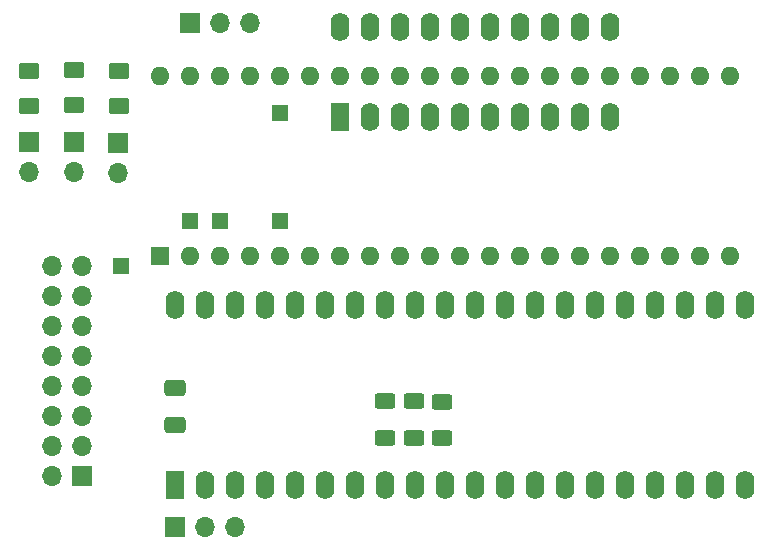
<source format=gbr>
%TF.GenerationSoftware,KiCad,Pcbnew,7.0.9-7.0.9~ubuntu20.04.1*%
%TF.CreationDate,2023-12-26T19:53:29+01:00*%
%TF.ProjectId,6803_Addon,36383033-5f41-4646-946f-6e2e6b696361,rev?*%
%TF.SameCoordinates,Original*%
%TF.FileFunction,Soldermask,Top*%
%TF.FilePolarity,Negative*%
%FSLAX46Y46*%
G04 Gerber Fmt 4.6, Leading zero omitted, Abs format (unit mm)*
G04 Created by KiCad (PCBNEW 7.0.9-7.0.9~ubuntu20.04.1) date 2023-12-26 19:53:29*
%MOMM*%
%LPD*%
G01*
G04 APERTURE LIST*
G04 Aperture macros list*
%AMRoundRect*
0 Rectangle with rounded corners*
0 $1 Rounding radius*
0 $2 $3 $4 $5 $6 $7 $8 $9 X,Y pos of 4 corners*
0 Add a 4 corners polygon primitive as box body*
4,1,4,$2,$3,$4,$5,$6,$7,$8,$9,$2,$3,0*
0 Add four circle primitives for the rounded corners*
1,1,$1+$1,$2,$3*
1,1,$1+$1,$4,$5*
1,1,$1+$1,$6,$7*
1,1,$1+$1,$8,$9*
0 Add four rect primitives between the rounded corners*
20,1,$1+$1,$2,$3,$4,$5,0*
20,1,$1+$1,$4,$5,$6,$7,0*
20,1,$1+$1,$6,$7,$8,$9,0*
20,1,$1+$1,$8,$9,$2,$3,0*%
G04 Aperture macros list end*
%ADD10R,1.600000X1.600000*%
%ADD11O,1.600000X1.600000*%
%ADD12R,1.700000X1.700000*%
%ADD13O,1.700000X1.700000*%
%ADD14RoundRect,0.250000X0.650000X-0.412500X0.650000X0.412500X-0.650000X0.412500X-0.650000X-0.412500X0*%
%ADD15R,1.350000X1.350000*%
%ADD16RoundRect,0.250000X-0.625000X0.400000X-0.625000X-0.400000X0.625000X-0.400000X0.625000X0.400000X0*%
%ADD17RoundRect,0.250001X-0.624999X0.462499X-0.624999X-0.462499X0.624999X-0.462499X0.624999X0.462499X0*%
%ADD18R,1.600000X2.400000*%
%ADD19O,1.600000X2.400000*%
G04 APERTURE END LIST*
D10*
%TO.C,U3*%
X173736000Y-52730400D03*
D11*
X176276000Y-52730400D03*
X178816000Y-52730400D03*
X181356000Y-52730400D03*
X183896000Y-52730400D03*
X186436000Y-52730400D03*
X188976000Y-52730400D03*
X191516000Y-52730400D03*
X194056000Y-52730400D03*
X196596000Y-52730400D03*
X199136000Y-52730400D03*
X201676000Y-52730400D03*
X204216000Y-52730400D03*
X206756000Y-52730400D03*
X209296000Y-52730400D03*
X211836000Y-52730400D03*
X214376000Y-52730400D03*
X216916000Y-52730400D03*
X219456000Y-52730400D03*
X221996000Y-52730400D03*
X221996000Y-37490400D03*
X219456000Y-37490400D03*
X216916000Y-37490400D03*
X214376000Y-37490400D03*
X211836000Y-37490400D03*
X209296000Y-37490400D03*
X206756000Y-37490400D03*
X204216000Y-37490400D03*
X201676000Y-37490400D03*
X199136000Y-37490400D03*
X196596000Y-37490400D03*
X194056000Y-37490400D03*
X191516000Y-37490400D03*
X188976000Y-37490400D03*
X186436000Y-37490400D03*
X183896000Y-37490400D03*
X181356000Y-37490400D03*
X178816000Y-37490400D03*
X176276000Y-37490400D03*
X173736000Y-37490400D03*
%TD*%
D12*
%TO.C,JP6*%
X176276000Y-33020000D03*
D13*
X178816000Y-33020000D03*
X181356000Y-33020000D03*
%TD*%
D12*
%TO.C,JP5*%
X175021000Y-75692000D03*
D13*
X177561000Y-75692000D03*
X180101000Y-75692000D03*
%TD*%
D12*
%TO.C,J1*%
X167132000Y-71374000D03*
D13*
X164592000Y-71374000D03*
X167132000Y-68834000D03*
X164592000Y-68834000D03*
X167132000Y-66294000D03*
X164592000Y-66294000D03*
X167132000Y-63754000D03*
X164592000Y-63754000D03*
X167132000Y-61214000D03*
X164592000Y-61214000D03*
X167132000Y-58674000D03*
X164592000Y-58674000D03*
X167132000Y-56134000D03*
X164592000Y-56134000D03*
X167132000Y-53594000D03*
X164592000Y-53594000D03*
%TD*%
D12*
%TO.C,JP3*%
X170180000Y-43154000D03*
D13*
X170180000Y-45694000D03*
%TD*%
D14*
%TO.C,C1*%
X175006000Y-67094500D03*
X175006000Y-63969500D03*
%TD*%
D12*
%TO.C,JP1*%
X162600000Y-43125000D03*
D13*
X162600000Y-45665000D03*
%TD*%
D15*
%TO.C,J4*%
X183896000Y-40640000D03*
%TD*%
D16*
%TO.C,R3*%
X197600000Y-65100000D03*
X197600000Y-68200000D03*
%TD*%
D12*
%TO.C,JP2*%
X166400000Y-43139000D03*
D13*
X166400000Y-45679000D03*
%TD*%
D15*
%TO.C,J2*%
X170434000Y-53594000D03*
%TD*%
%TO.C,J5*%
X176276000Y-49784000D03*
%TD*%
%TO.C,J6*%
X183896000Y-49784000D03*
%TD*%
D17*
%TO.C,D2*%
X166400000Y-37025000D03*
X166400000Y-40000000D03*
%TD*%
D16*
%TO.C,R1*%
X192800000Y-65050000D03*
X192800000Y-68150000D03*
%TD*%
D18*
%TO.C,U1*%
X175006000Y-72136000D03*
D19*
X177546000Y-72136000D03*
X180086000Y-72136000D03*
X182626000Y-72136000D03*
X185166000Y-72136000D03*
X187706000Y-72136000D03*
X190246000Y-72136000D03*
X192786000Y-72136000D03*
X195326000Y-72136000D03*
X197866000Y-72136000D03*
X200406000Y-72136000D03*
X202946000Y-72136000D03*
X205486000Y-72136000D03*
X208026000Y-72136000D03*
X210566000Y-72136000D03*
X213106000Y-72136000D03*
X215646000Y-72136000D03*
X218186000Y-72136000D03*
X220726000Y-72136000D03*
X223266000Y-72136000D03*
X223266000Y-56896000D03*
X220726000Y-56896000D03*
X218186000Y-56896000D03*
X215646000Y-56896000D03*
X213106000Y-56896000D03*
X210566000Y-56896000D03*
X208026000Y-56896000D03*
X205486000Y-56896000D03*
X202946000Y-56896000D03*
X200406000Y-56896000D03*
X197866000Y-56896000D03*
X195326000Y-56896000D03*
X192786000Y-56896000D03*
X190246000Y-56896000D03*
X187706000Y-56896000D03*
X185166000Y-56896000D03*
X182626000Y-56896000D03*
X180086000Y-56896000D03*
X177546000Y-56896000D03*
X175006000Y-56896000D03*
%TD*%
D17*
%TO.C,D3*%
X170200000Y-37112500D03*
X170200000Y-40087500D03*
%TD*%
D18*
%TO.C,U2*%
X188976000Y-41000000D03*
D19*
X191516000Y-41000000D03*
X194056000Y-41000000D03*
X196596000Y-41000000D03*
X199136000Y-41000000D03*
X201676000Y-41000000D03*
X204216000Y-41000000D03*
X206756000Y-41000000D03*
X209296000Y-41000000D03*
X211836000Y-41000000D03*
X211836000Y-33380000D03*
X209296000Y-33380000D03*
X206756000Y-33380000D03*
X204216000Y-33380000D03*
X201676000Y-33380000D03*
X199136000Y-33380000D03*
X196596000Y-33380000D03*
X194056000Y-33380000D03*
X191516000Y-33380000D03*
X188976000Y-33380000D03*
%TD*%
D16*
%TO.C,R2*%
X195200000Y-65050000D03*
X195200000Y-68150000D03*
%TD*%
D17*
%TO.C,D1*%
X162600000Y-37112500D03*
X162600000Y-40087500D03*
%TD*%
D15*
%TO.C,J3*%
X178816000Y-49784000D03*
%TD*%
M02*

</source>
